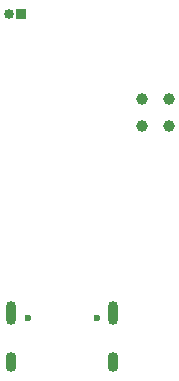
<source format=gbr>
%TF.GenerationSoftware,KiCad,Pcbnew,(5.99.0-2309-gaf729d578)*%
%TF.CreationDate,2020-08-01T12:07:06-04:00*%
%TF.ProjectId,mk2,6d6b322e-6b69-4636-9164-5f7063625858,rev?*%
%TF.SameCoordinates,Original*%
%TF.FileFunction,Soldermask,Bot*%
%TF.FilePolarity,Negative*%
%FSLAX46Y46*%
G04 Gerber Fmt 4.6, Leading zero omitted, Abs format (unit mm)*
G04 Created by KiCad (PCBNEW (5.99.0-2309-gaf729d578)) date 2020-08-01 12:07:06*
%MOMM*%
%LPD*%
G01*
G04 APERTURE LIST*
%ADD10C,1.000000*%
%ADD11O,0.850000X0.850000*%
%ADD12R,0.850000X0.850000*%
%ADD13C,0.600000*%
%ADD14O,0.900000X1.700000*%
%ADD15O,0.900000X2.000000*%
G04 APERTURE END LIST*
D10*
%TO.C,TP4*%
X28250000Y-27015000D03*
%TD*%
%TO.C,TP3*%
X30500000Y-24765000D03*
%TD*%
%TO.C,TP1*%
X28250000Y-24765000D03*
%TD*%
%TO.C,TP2*%
X30500000Y-27015000D03*
%TD*%
D11*
%TO.C,J3*%
X17000000Y-17500000D03*
D12*
X18000000Y-17500000D03*
%TD*%
D13*
%TO.C,J2*%
X18610000Y-43300000D03*
X24390000Y-43300000D03*
D14*
X25820000Y-46990000D03*
X17180000Y-46990000D03*
D15*
X25820000Y-42820000D03*
X17180000Y-42820000D03*
%TD*%
M02*

</source>
